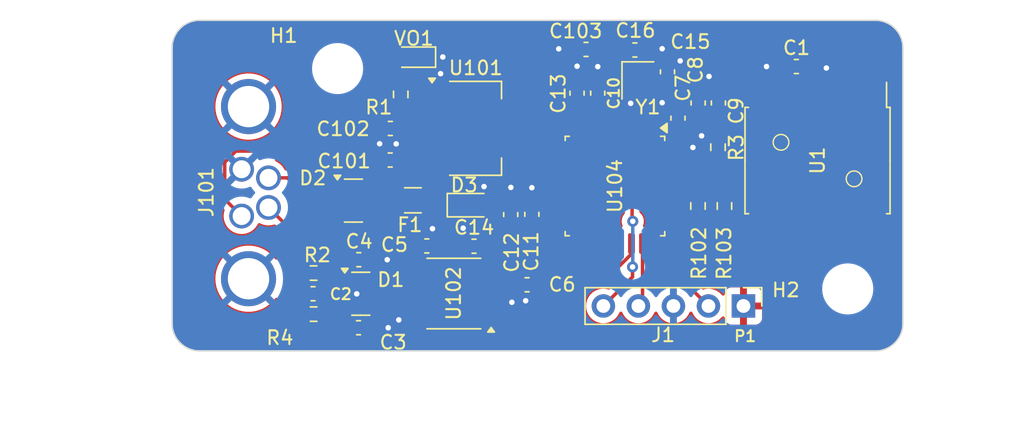
<source format=kicad_pcb>
(kicad_pcb
	(version 20240108)
	(generator "pcbnew")
	(generator_version "8.0")
	(general
		(thickness 1.6)
		(legacy_teardrops no)
	)
	(paper "A4")
	(layers
		(0 "F.Cu" signal)
		(31 "B.Cu" signal)
		(32 "B.Adhes" user "B.Adhesive")
		(33 "F.Adhes" user "F.Adhesive")
		(34 "B.Paste" user)
		(35 "F.Paste" user)
		(36 "B.SilkS" user "B.Silkscreen")
		(37 "F.SilkS" user "F.Silkscreen")
		(38 "B.Mask" user)
		(39 "F.Mask" user)
		(40 "Dwgs.User" user "User.Drawings")
		(41 "Cmts.User" user "User.Comments")
		(42 "Eco1.User" user "User.Eco1")
		(43 "Eco2.User" user "User.Eco2")
		(44 "Edge.Cuts" user)
		(45 "Margin" user)
		(46 "B.CrtYd" user "B.Courtyard")
		(47 "F.CrtYd" user "F.Courtyard")
		(48 "B.Fab" user)
		(49 "F.Fab" user)
		(50 "User.1" user)
		(51 "User.2" user)
		(52 "User.3" user)
		(53 "User.4" user)
		(54 "User.5" user)
		(55 "User.6" user)
		(56 "User.7" user)
		(57 "User.8" user)
		(58 "User.9" user)
	)
	(setup
		(stackup
			(layer "F.SilkS"
				(type "Top Silk Screen")
			)
			(layer "F.Paste"
				(type "Top Solder Paste")
			)
			(layer "F.Mask"
				(type "Top Solder Mask")
				(thickness 0.01)
			)
			(layer "F.Cu"
				(type "copper")
				(thickness 0.035)
			)
			(layer "dielectric 1"
				(type "core")
				(thickness 1.51)
				(material "FR4")
				(epsilon_r 4.5)
				(loss_tangent 0.02)
			)
			(layer "B.Cu"
				(type "copper")
				(thickness 0.035)
			)
			(layer "B.Mask"
				(type "Bottom Solder Mask")
				(thickness 0.01)
			)
			(layer "B.Paste"
				(type "Bottom Solder Paste")
			)
			(layer "B.SilkS"
				(type "Bottom Silk Screen")
			)
			(copper_finish "None")
			(dielectric_constraints no)
		)
		(pad_to_mask_clearance 0)
		(allow_soldermask_bridges_in_footprints no)
		(aux_axis_origin 100 80)
		(grid_origin 100 80)
		(pcbplotparams
			(layerselection 0x00010fc_ffffffff)
			(plot_on_all_layers_selection 0x0000000_00000000)
			(disableapertmacros no)
			(usegerberextensions no)
			(usegerberattributes yes)
			(usegerberadvancedattributes yes)
			(creategerberjobfile yes)
			(dashed_line_dash_ratio 12.000000)
			(dashed_line_gap_ratio 3.000000)
			(svgprecision 6)
			(plotframeref no)
			(viasonmask no)
			(mode 1)
			(useauxorigin no)
			(hpglpennumber 1)
			(hpglpenspeed 20)
			(hpglpendiameter 15.000000)
			(pdf_front_fp_property_popups yes)
			(pdf_back_fp_property_popups yes)
			(dxfpolygonmode yes)
			(dxfimperialunits yes)
			(dxfusepcbnewfont yes)
			(psnegative no)
			(psa4output no)
			(plotreference yes)
			(plotvalue yes)
			(plotfptext yes)
			(plotinvisibletext no)
			(sketchpadsonfab no)
			(subtractmaskfromsilk no)
			(outputformat 1)
			(mirror no)
			(drillshape 1)
			(scaleselection 1)
			(outputdirectory "")
		)
	)
	(net 0 "")
	(net 1 "+3V3")
	(net 2 "GND")
	(net 3 "Net-(C2-Pad2)")
	(net 4 "CAN_H")
	(net 5 "CAN_L")
	(net 6 "+5V")
	(net 7 "CAN_Rx")
	(net 8 "Net-(U104-PF0)")
	(net 9 "NRST")
	(net 10 "Net-(D2-K)")
	(net 11 "Net-(D2-A)")
	(net 12 "SWDIO")
	(net 13 "SWCLK")
	(net 14 "Net-(VO1-A)")
	(net 15 "Net-(U104-PF1)")
	(net 16 "I2C_SCL")
	(net 17 "I2C_SDA")
	(net 18 "unconnected-(U1-Pad9)")
	(net 19 "unconnected-(U1-Pad14)")
	(net 20 "unconnected-(U1-Pad2)")
	(net 21 "unconnected-(U1-Pad12)")
	(net 22 "unconnected-(U1-Pad8)")
	(net 23 "unconnected-(U1-Pad13)")
	(net 24 "unconnected-(U1-Pad6)")
	(net 25 "unconnected-(U1-Pad15)")
	(net 26 "unconnected-(U1-Pad16)")
	(net 27 "unconnected-(U1-Pad1)")
	(net 28 "unconnected-(U1-Pad7)")
	(net 29 "unconnected-(U1-Pad3)")
	(net 30 "CAN_Tx")
	(net 31 "unconnected-(U104-PA4-Pad10)")
	(net 32 "unconnected-(U104-PA2-Pad8)")
	(net 33 "unconnected-(U104-PA10-Pad20)")
	(net 34 "unconnected-(U104-PA7-Pad13)")
	(net 35 "Net-(U104-PB8)")
	(net 36 "unconnected-(U104-PA9-Pad19)")
	(net 37 "unconnected-(U104-PA6-Pad12)")
	(net 38 "unconnected-(U104-PA1-Pad7)")
	(net 39 "unconnected-(U104-PB0-Pad14)")
	(net 40 "unconnected-(U104-PA0-Pad6)")
	(net 41 "unconnected-(U104-PB5-Pad28)")
	(net 42 "unconnected-(U104-PA3-Pad9)")
	(net 43 "unconnected-(U104-PB4-Pad27)")
	(net 44 "unconnected-(U104-PA15-Pad25)")
	(net 45 "unconnected-(U104-PA5-Pad11)")
	(net 46 "unconnected-(U104-PB3-Pad26)")
	(net 47 "unconnected-(U104-PB1-Pad15)")
	(net 48 "unconnected-(U104-PA8-Pad18)")
	(footprint "Crystal:Crystal_SMD_2016-4Pin_2.0x1.6mm" (layer "F.Cu") (at 133.7775 60.36 -90))
	(footprint "ASS_parts:SOT-23-BAT54FILM" (layer "F.Cu") (at 113.15 69.0875))
	(footprint "Resistor_SMD:R_0603_1608Metric" (layer "F.Cu") (at 138.14 69.48 90))
	(footprint "Capacitor_SMD:C_0603_1608Metric" (layer "F.Cu") (at 136.6875 63.1 90))
	(footprint "Capacitor_SMD:C_0603_1608Metric" (layer "F.Cu") (at 121.895 72.4 180))
	(footprint "Capacitor_SMD:C_0603_1608Metric" (layer "F.Cu") (at 139.62 62 90))
	(footprint "Capacitor_SMD:C_0603_1608Metric" (layer "F.Cu") (at 124.5575 70.105 90))
	(footprint "Capacitor_SMD:C_0603_1608Metric" (layer "F.Cu") (at 115.815 66.14 180))
	(footprint "Resistor_SMD:R_0603_1608Metric" (layer "F.Cu") (at 116.58 61.375 90))
	(footprint "Capacitor_SMD:C_0603_1608Metric" (layer "F.Cu") (at 125.7425 75.2))
	(footprint "Resistor_SMD:R_0603_1608Metric" (layer "F.Cu") (at 140.06 69.48 90))
	(footprint "Capacitor_SMD:C_0603_1608Metric" (layer "F.Cu") (at 113.5175 78.319052 180))
	(footprint "Capacitor_SMD:C_0603_1608Metric" (layer "F.Cu") (at 115.825 63.85 180))
	(footprint "Fuse:Fuse_1206_3216Metric" (layer "F.Cu") (at 117.46 69.0675))
	(footprint "Capacitor_SMD:C_0603_1608Metric" (layer "F.Cu") (at 129.3675 61.285 90))
	(footprint "Resistor_SMD:R_0603_1608Metric" (layer "F.Cu") (at 110.26 77.33 180))
	(footprint "MountingHole:MountingHole_3.2mm_M3_ISO7380" (layer "F.Cu") (at 112 59.5))
	(footprint "Capacitor_SMD:C_0603_1608Metric" (layer "F.Cu") (at 113.5375 73.379052))
	(footprint "Capacitor_SMD:C_0603_1608Metric" (layer "F.Cu") (at 130.02 58.11))
	(footprint "Capacitor_SMD:C_0603_1608Metric" (layer "F.Cu") (at 130.8675 61.285 90))
	(footprint "Diode_SMD:D_SOD-323" (layer "F.Cu") (at 121.5625 69.42))
	(footprint "FaSTTUBe_connectors:M8_718_4pin_horizontal" (layer "F.Cu") (at 105.04 68.51 -90))
	(footprint "Package_SO:SOIC-8_3.9x4.9mm_P1.27mm" (layer "F.Cu") (at 120.4325 75.835948 180))
	(footprint "Capacitor_SMD:C_0603_1608Metric" (layer "F.Cu") (at 133.5625 58.15))
	(footprint "LED_SMD:LED_0603_1608Metric_Pad1.05x0.95mm_HandSolder" (layer "F.Cu") (at 117.45 58.67 180))
	(footprint "Resistor_SMD:R_0603_1608Metric" (layer "F.Cu") (at 110.2575 74.349052))
	(footprint "Capacitor_SMD:C_0603_1608Metric" (layer "F.Cu") (at 118.47 72.38))
	(footprint "ASS_parts:SOT-223_LDL1117S33R" (layer "F.Cu") (at 121.98 63.84))
	(footprint "ASS_parts:SM6000_SOIC-16" (layer "F.Cu") (at 146.81 66.18 -90))
	(footprint "Capacitor_SMD:C_0603_1608Metric" (layer "F.Cu") (at 135.9275 59.735 -90))
	(footprint "Capacitor_SMD:C_0603_1608Metric" (layer "F.Cu") (at 145.275 59.3525 180))
	(footprint "Package_TO_SOT_SMD:SOT-23" (layer "F.Cu") (at 113.6825 75.85))
	(footprint "Resistor_SMD:R_0603_1608Metric" (layer "F.Cu") (at 139.59 65.21 90))
	(footprint "Capacitor_SMD:C_0603_1608Metric" (layer "F.Cu") (at 126.09 70.085 90))
	(footprint "Capacitor_SMD:C_0603_1608Metric" (layer "F.Cu") (at 138.15 62 90))
	(footprint "Connector_PinHeader_2.54mm:PinHeader_1x05_P2.54mm_Vertical" (layer "F.Cu") (at 141.4375 76.74 -90))
	(footprint "Capacitor_SMD:C_0603_1608Metric" (layer "F.Cu") (at 110.22 75.85 180))
	(footprint "Package_QFP:LQFP-32_7x7mm_P0.8mm" (layer "F.Cu") (at 132.1175 68.03 -90))
	(footprint "MountingHole:MountingHole_3.2mm_M3_ISO7380" (layer "F.Cu") (at 149 75.5))
	(gr_circle
		(center 149 75.5)
		(end 152.2 75.5)
		(stroke
			(width 0.2)
			(type default)
		)
		(fill none)
		(layer "F.Cu")
		(uuid "de2a915e-701b-48bf-83ed-c71257d741b7")
	)
	(gr_circle
		(center 112 59.5)
		(end 115.2 59.5)
		(stroke
			(width 0.2)
			(type default)
		)
		(fill none)
		(layer "F.Cu")
		(uuid "e9b7e8ed-fdd3-4de3-a3f3-2890648d642d")
	)
	(gr_arc
		(start 102 80)
		(mid 100.585786 79.414214)
		(end 100 78)
		(stroke
			(width 0.1)
			(type default)
		)
		(layer "Edge.Cuts")
		(uuid "3b0a9f85-fc78-435e-a284-c0acd692fcd7")
	)
	(gr_line
		(start 153 78)
		(end 153 58)
		(stroke
			(width 0.1)
			(type default)
		)
		(layer "Edge.Cuts")
		(uuid "53816fff-ed80-458c-bb47-db737a54961c")
	)
	(gr_arc
		(start 100 58)
		(mid 100.585786 56.585786)
		(end 102 56)
		(stroke
			(width 0.1)
			(type default)
		)
		(layer "Edge.Cuts")
		(uuid "5a42f8fb-2a8f-48db-84ec-d307f8094cfa")
	)
	(gr_line
		(start 102 80)
		(end 151 80)
		(stroke
			(width 0.1)
			(type default)
		)
		(layer "Edge.Cuts")
		(uuid "6ac6ac18-4031-4bcf-8820-b343ae2d3448")
	)
	(gr_line
		(start 100 58)
		(end 100 78)
		(stroke
			(width 0.1)
			(type default)
		)
		(layer "Edge.Cuts")
		(uuid "8fda64c0-d685-4c7c-8139-4cf11eeadbdb")
	)
	(gr_arc
		(start 153 78)
		(mid 152.414214 79.414214)
		(end 151 80)
		(stroke
			(width 0.1)
			(type default)
		)
		(layer "Edge.Cuts")
		(uuid "9e303ecd-5441-4829-bced-8e3f52e5d297")
	)
	(gr_arc
		(start 151 56)
		(mid 152.414214 56.585786)
		(end 153 58)
		(stroke
			(width 0.1)
			(type default)
		)
		(layer "Edge.Cuts")
		(uuid "db315f9c-530b-400f-a27c-be5695c22d18")
	)
	(gr_line
		(start 151 56)
		(end 102 56)
		(stroke
			(width 0.1)
			(type default)
		)
		(layer "Edge.Cuts")
		(uuid "e3324332-a106-4690-bb06-c285e0d7465f")
	)
	(gr_text "P1"
		(at 140.68 79.4 0)
		(layer "F.SilkS")
		(uuid "91364c53-aa9c-4958-9719-eb8f23a7c8d1")
		(effects
			(font
				(size 0.8 0.8)
				(thickness 0.15)
				(bold yes)
			)
			(justify left bottom)
		)
	)
	(dimension
		(type aligned)
		(layer "User.1")
		(uuid "25116da6-098e-4ec7-9f6b-768234d32c5a")
		(pts
			(xy 152.99 56.01) (xy 152.99 80.01)
		)
		(height -5.02)
		(gr_text "24.0000 mm"
			(at 156.86 68.01 90)
			(layer "User.1")
			(uuid "25116da6-098e-4ec7-9f6b-768234d32c5a")
			(effects
				(font
					(size 1 1)
					(thickness 0.15)
				)
			)
		)
		(format
			(prefix "")
			(suffix "")
			(units 3)
			(units_format 1)
			(precision 4)
		)
		(style
			(thickness 0.15)
			(arrow_length 1.27)
			(text_position_mode 0)
			(extension_height 0.58642)
			(extension_offset 0.5) keep_text_aligned)
	)
	(dimension
		(type aligned)
		(layer "User.1")
		(uuid "a2cdb2e5-a391-419f-8e72-174c5bf6b6f6")
		(pts
			(xy 152.99 80.01) (xy 99.99 80.01)
		)
		(height -4.8)
		(gr_text "53.0000 mm"
			(at 126.49 83.66 0)
			(layer "User.1")
			(uuid "a2
... [158170 chars truncated]
</source>
